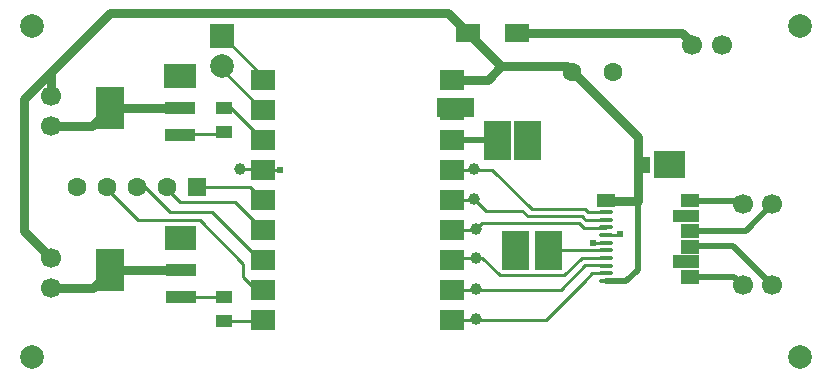
<source format=gtl>
G04 Layer: TopLayer*
G04 EasyEDA Pro v2.2.45.4, 2026-02-21 16:02:54*
G04 Gerber Generator version 0.3*
G04 Scale: 100 percent, Rotated: No, Reflected: No*
G04 Dimensions in millimeters*
G04 Leading zeros omitted, absolute positions, 4 integers and 5 decimals*
G04 Generated by one-click*
%FSLAX45Y45*%
%MOMM*%
%ADD10C,1.0*%
%ADD11R,1.41X1.35001*%
%ADD12C,1.7*%
%ADD13O,1.324X0.308*%
%ADD14R,2.1021X1.80188*%
%ADD15R,2.1054X1.80198*%
%ADD16R,2.1021X1.80198*%
%ADD17C,1.6*%
%ADD18R,2.49999X1.1*%
%ADD19R,2.34X3.59999*%
%ADD20R,1.37701X1.13254*%
%ADD21C,2.0*%
%ADD22R,2.0X2.0*%
%ADD23R,2.0X1.59301*%
%ADD24R,1.6X1.6*%
%ADD25C,0.61*%
%ADD26C,0.508*%
%ADD27C,0.762*%
%ADD28C,0.254*%
%ADD29C,0.2794*%
G75*


G04 Rect Start*
G36*
G01X3903980Y-2214880D02*
G01X3903980Y-1884680D01*
G01X4132580Y-1884680D01*
G01X4132580Y-2214880D01*
G01X3903980Y-2214880D01*
G37*
G36*
G01X3624580Y-2214880D02*
G01X3624580Y-1884680D01*
G01X3853180Y-1884680D01*
G01X3853180Y-2214880D01*
G01X3624580Y-2214880D01*
G37*
G36*
G01X3469459Y-1276540D02*
G01X3469459Y-946340D01*
G01X3698059Y-946340D01*
G01X3698059Y-1276540D01*
G01X3469459Y-1276540D01*
G37*
G36*
G01X3726288Y-1276540D02*
G01X3726288Y-946340D01*
G01X3954888Y-946340D01*
G01X3954888Y-1276540D01*
G01X3726288Y-1276540D01*
G37*
G36*
G01X3078588Y-919480D02*
G01X3078588Y-755840D01*
G01X3388360Y-755840D01*
G01X3388360Y-919480D01*
G01X3078588Y-919480D01*
G37*
G36*
G01X5071110Y-1804670D02*
G01X5071110Y-1700530D01*
G01X5293360Y-1700530D01*
G01X5293360Y-1804670D01*
G01X5071110Y-1804670D01*
G37*
G36*
G01X5071110Y-2193290D02*
G01X5071110Y-2089150D01*
G01X5293360Y-2089150D01*
G01X5293360Y-2193290D01*
G01X5071110Y-2193290D01*
G37*
G36*
G01X5140960Y-1682814D02*
G01X5140960Y-1565910D01*
G01X5293360Y-1565910D01*
G01X5293360Y-1682814D01*
G01X5140960Y-1682814D01*
G37*
G36*
G01X5140960Y-1941447D02*
G01X5140960Y-1824542D01*
G01X5293360Y-1824542D01*
G01X5293360Y-1941447D01*
G01X5140960Y-1941447D01*
G37*
G36*
G01X5140960Y-2073974D02*
G01X5140960Y-1957070D01*
G01X5293360Y-1957070D01*
G01X5293360Y-2073974D01*
G01X5140960Y-2073974D01*
G37*
G36*
G01X5139690Y-2330514D02*
G01X5139690Y-2213610D01*
G01X5292090Y-2213610D01*
G01X5292090Y-2330514D01*
G01X5139690Y-2330514D01*
G37*
G36*
G01X767134Y-673640D02*
G01X767134Y-469360D01*
G01X1031186Y-469360D01*
G01X1031186Y-673640D01*
G01X767134Y-673640D01*
G37*
G36*
G01X772028Y-2044255D02*
G01X772028Y-1839976D01*
G01X1036080Y-1839976D01*
G01X1036080Y-2044255D01*
G01X772028Y-2044255D01*
G37*
G36*
G01X4432300Y-1676400D02*
G01X4432300Y-1567180D01*
G01X4582160Y-1567180D01*
G01X4582160Y-1676400D01*
G01X4432300Y-1676400D01*
G37*
G36*
G01X4908899Y-1435779D02*
G01X4908899Y-1207179D01*
G01X5175599Y-1207179D01*
G01X5175599Y-1435779D01*
G01X4908899Y-1435779D01*
G37*
G04 Rect End*

G04 Pad Start*
G54D10*
G01X1409700Y-1358900D03*
G01X3403600Y-2108200D03*
G01X3403600Y-2628900D03*
G01X3403600Y-1866900D03*
G01X3390900Y-1612900D03*
G01X3390900Y-1358900D03*
G01X3403600Y-2374900D03*
G54D11*
G01X3978580Y-1960880D03*
G01X3778580Y-1960880D03*
G01X3978580Y-2138680D03*
G01X3778580Y-2138680D03*
G01X3605860Y-1198880D03*
G01X3805860Y-1198880D03*
G01X3605860Y-1021080D03*
G01X3805860Y-1021080D03*
G54D12*
G01X5663659Y-2341880D03*
G01X5913658Y-2341880D03*
G01X5663659Y-1656080D03*
G01X5913658Y-1656080D03*
G54D13*
G01X5217770Y-2305685D03*
G01X5217770Y-2240686D03*
G01X5217770Y-2175688D03*
G01X5217770Y-2110689D03*
G01X5217770Y-2045691D03*
G01X5217770Y-1980667D03*
G01X5217770Y-1915668D03*
G01X5217770Y-1850669D03*
G01X5217770Y-1785671D03*
G01X5217770Y-1720672D03*
G01X5217770Y-1655674D03*
G01X5217770Y-1590675D03*
G01X4505350Y-2305685D03*
G01X4505350Y-2240686D03*
G01X4505350Y-2175688D03*
G01X4505350Y-2110689D03*
G01X4505350Y-2045691D03*
G01X4505350Y-1980667D03*
G01X4505350Y-1915668D03*
G01X4505350Y-1850669D03*
G01X4505350Y-1785671D03*
G01X4505350Y-1720672D03*
G01X4505350Y-1655674D03*
G01X4505350Y-1590675D03*
G54D14*
G01X1597660Y-601980D03*
G01X1597660Y-855980D03*
G01X1597660Y-1109980D03*
G54D16*
G01X1597660Y-1363980D03*
G01X1597660Y-1617980D03*
G01X1597660Y-1871980D03*
G01X1597660Y-2125980D03*
G01X1597660Y-2379980D03*
G01X3197860Y-2379980D03*
G01X3197860Y-2125980D03*
G01X3197860Y-1871980D03*
G01X3197860Y-1617980D03*
G01X3197860Y-1363980D03*
G54D14*
G01X3197860Y-1109980D03*
G01X3197860Y-855980D03*
G01X3197860Y-601980D03*
G54D16*
G01X1597660Y-2633980D03*
G01X3197860Y-2633980D03*
G54D12*
G01X5234399Y-304800D03*
G01X5484398Y-304800D03*
G54D17*
G01X4219204Y-533397D03*
G01X4569216Y-533397D03*
G54D12*
G01X-190500Y-2110199D03*
G01X-190500Y-2360198D03*
G01X-190500Y-738599D03*
G01X-190500Y-988598D03*
G54D18*
G01X904055Y-2442337D03*
G01X904055Y-2212340D03*
G01X904055Y-1982343D03*
G54D19*
G01X310063Y-2212340D03*
G54D18*
G01X898975Y-1070737D03*
G01X898975Y-840740D03*
G01X898975Y-610743D03*
G54D19*
G01X304983Y-840740D03*
G54D20*
G01X1270000Y-2640000D03*
G01X1270000Y-2440000D03*
G01X1270000Y-839800D03*
G01X1270000Y-1039800D03*
G54D21*
G01X6150000Y-150000D03*
G01X6150000Y-2950000D03*
G01X-350000Y-150000D03*
G01X-350000Y-2950000D03*
G54D22*
G01X1257300Y-228600D03*
G54D21*
G01X1257300Y-482600D03*
G54D23*
G01X3333293Y-203200D03*
G01X3753307Y-203200D03*
G54D17*
G01X25405Y-1511303D03*
G01X279405Y-1511303D03*
G01X533405Y-1511303D03*
G01X787405Y-1511303D03*
G54D24*
G01X1041405Y-1511303D03*
G54D11*
G01X5012580Y-1321479D03*
G01X4812580Y-1321479D03*
G04 Pad End*

G04 Via Start*
G54D25*
G01X4094489Y-2045699D03*
G01X3667760Y-1958251D03*
G01X3667760Y-2138680D03*
G01X3502660Y-1109980D03*
G01X3919728Y-1008380D03*
G01X3920490Y-1198880D03*
G01X3348228Y-855980D03*
G01X4620260Y-1911383D03*
G01X5115560Y-1750060D03*
G01X5112385Y-2136140D03*
G01X4394200Y-1981200D03*
G01X1748465Y-1362487D03*
G01X904054Y-1879600D03*
G01X990600Y-1879600D03*
G01X812800Y-1879600D03*
G01X812800Y-508000D03*
G01X899160Y-508000D03*
G01X990600Y-508000D03*
G01X3502660Y-1021080D03*
G01X3502660Y-1198880D03*
G01X5142667Y-1321479D03*
G04 Via End*

G04 Track Start*
G54D26*
G01X5663659Y-1656080D02*
G01X5633179Y-1625600D01*
G01X5913658Y-1656080D02*
G01X5690138Y-1879600D01*
G01X5212080Y-1879600D01*
G01X5633179Y-1625600D02*
G01X5212080Y-1625600D01*
G01X5913658Y-2341880D02*
G01X5583458Y-2011680D01*
G01X5217160Y-2011680D01*
G01X5663659Y-2341880D02*
G01X5592539Y-2270760D01*
G01X5217160Y-2270760D01*
G54D27*
G01X3197860Y-601980D02*
G01X3504659Y-601980D01*
G01X904055Y-2212340D02*
G01X310063Y-2212340D01*
G01X898975Y-840740D02*
G01X304983Y-840740D01*
G54D28*
G01X4505350Y-1915668D02*
G01X4615975Y-1915668D01*
G01X4620260Y-1911383D01*
G01X4505350Y-1980667D02*
G01X4394733Y-1980667D01*
G01X4394200Y-1981200D01*
G01X4318000Y-2108200D02*
G01X4502861Y-2108200D01*
G01X4505350Y-2110689D01*
G01X4505350Y-1850669D02*
G01X4501820Y-1854200D01*
G01X4318000Y-1854200D01*
G01X4280380Y-1816580D01*
G54D29*
G01X4094489Y-2045699D02*
G01X4505342Y-2045699D01*
G54D28*
G01X3215640Y-2108200D02*
G01X3197860Y-2125980D01*
G01X4318000Y-2108200D02*
G01X4299647Y-2108200D01*
G01X4150267Y-2257580D01*
G01X3606893Y-2257580D01*
G01X3457513Y-2108200D01*
G54D26*
G01X4775200Y-2209800D02*
G01X4679315Y-2305685D01*
G01X4505350Y-2305685D01*
G01X4775200Y-1624266D02*
G01X4775200Y-2209800D01*
G54D28*
G01X4505350Y-1785671D02*
G01X4332135Y-1785671D01*
G01X4318000Y-1771535D01*
G01X4388714Y-2240686D02*
G01X4505350Y-2240686D01*
G01X3197860Y-2633980D02*
G01X3995420Y-2633980D01*
G01X4318000Y-2311400D01*
G01X4388714Y-2240686D01*
G01X4501363Y-2171700D02*
G01X4505350Y-2175688D01*
G01X4330700Y-2171700D02*
G01X4501363Y-2171700D01*
G01X4318000Y-1771536D02*
G01X4305300Y-1758835D01*
G01X3841635Y-1758835D01*
G01X3797300Y-1714500D01*
G01X3197860Y-2379980D02*
G01X4122420Y-2379980D01*
G01X4330700Y-2171700D01*
G01X3543300Y-1363980D02*
G01X3197860Y-1363980D01*
G01X4505350Y-1720672D02*
G01X4352005Y-1720672D01*
G01X3878100Y-1698780D02*
G01X3543300Y-1363980D01*
G01X4352005Y-1720672D02*
G01X4330113Y-1698780D01*
G01X3878100Y-1698780D01*
G01X3797300Y-1714500D02*
G01X3492500Y-1714500D01*
G01X3395980Y-1617980D01*
G01X3197860Y-1617980D01*
G01X4280380Y-1816580D02*
G01X3453920Y-1816580D01*
G01X3398520Y-1871980D01*
G01X3197860Y-1871980D01*
G01X1748465Y-1362487D02*
G01X1599153Y-1362487D01*
G01X1597660Y-1363980D01*
G01X3457513Y-2108200D02*
G01X3403600Y-2108200D01*
G01X3215640Y-2108200D01*
G01X898975Y-1070737D02*
G01X910894Y-1058817D01*
G01X1250983Y-1058817D01*
G01X1270000Y-1039800D01*
G01X1270000Y-2440000D02*
G01X1267663Y-2442337D01*
G01X904055Y-2442337D01*
G01X1597660Y-601980D02*
G01X1597660Y-568960D01*
G01X1257300Y-228600D01*
G01X1597660Y-855980D02*
G01X1257300Y-515620D01*
G01X1257300Y-482600D01*
G54D27*
G01X-190500Y-533400D02*
G01X-190500Y-738599D01*
G01X-419100Y-1881599D02*
G01X-190500Y-2110199D01*
G01X-419100Y-762000D02*
G01X-419100Y-1881599D01*
G54D28*
G01X1597660Y-1617980D02*
G01X1490980Y-1511300D01*
G01X1041400Y-1511300D01*
G01X1066800Y-1790700D02*
G01X546100Y-1790700D01*
G01X279400Y-1524000D01*
G01X279400Y-1511300D01*
G01X787400Y-1524000D02*
G01X787400Y-1511300D01*
G01X1597660Y-1871980D02*
G01X1363980Y-1638300D01*
G01X901700Y-1638300D01*
G01X787400Y-1524000D01*
G01X1575193Y-2125980D02*
G01X1168639Y-1719426D01*
G01X813394Y-1719426D01*
G01X587294Y-1493326D01*
G01X551374Y-1493326D01*
G01X1597660Y-2125980D02*
G01X1575193Y-2125980D01*
G01X551374Y-1493326D02*
G01X533400Y-1511300D01*
G01X1597660Y-2379980D02*
G01X1541780Y-2379980D01*
G01X1435100Y-2273300D01*
G01X1435100Y-2159000D01*
G01X1066800Y-1790700D01*
G54D27*
G01X307820Y-35080D02*
G01X-190500Y-533400D01*
G01X3166359Y-35080D02*
G01X307820Y-35080D01*
G01X-419100Y-762000D02*
G01X-190500Y-533400D01*
G01X4495800Y-1624266D02*
G01X4775200Y-1624266D01*
G01X3753307Y-203200D02*
G01X5145499Y-203200D01*
G01X5234399Y-292100D01*
G01X5234399Y-304800D01*
G54D28*
G01X1597660Y-1109980D02*
G01X1327480Y-839800D01*
G01X1270000Y-839800D01*
G01X1409700Y-1358900D02*
G01X1592580Y-1358900D01*
G01X1597660Y-1363980D01*
G01X1597660Y-2633980D02*
G01X1591640Y-2640000D01*
G01X1270000Y-2640000D01*
G54D27*
G01X-190500Y-988598D02*
G01X157124Y-988598D01*
G01X304983Y-840740D01*
G01X310063Y-2212340D02*
G01X162204Y-2360198D01*
G01X-190500Y-2360198D01*
G54D26*
G01X3197860Y-1109980D02*
G01X3502660Y-1109980D01*
G54D27*
G01X4775200Y-1624266D02*
G01X4775200Y-1089393D01*
G01X3504659Y-601980D02*
G01X3618959Y-487680D01*
G01X3166359Y-35080D01*
G01X4173487Y-487680D02*
G01X3618959Y-487680D01*
G01X4775200Y-1089393D02*
G01X4173487Y-487680D01*
G04 Track End*

M02*


</source>
